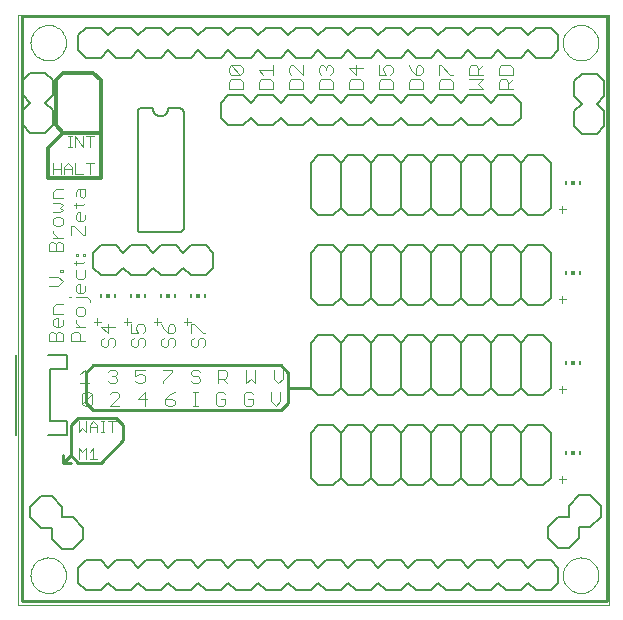
<source format=gto>
G75*
%MOIN*%
%OFA0B0*%
%FSLAX24Y24*%
%IPPOS*%
%LPD*%
%AMOC8*
5,1,8,0,0,1.08239X$1,22.5*
%
%ADD10C,0.0000*%
%ADD11C,0.0100*%
%ADD12C,0.0040*%
%ADD13C,0.0030*%
%ADD14C,0.0120*%
%ADD15C,0.0080*%
%ADD16C,0.0060*%
%ADD17R,0.0059X0.0118*%
%ADD18R,0.0118X0.0118*%
D10*
X000728Y000100D02*
X000728Y019785D01*
X020413Y019785D01*
X020413Y000100D01*
X000728Y000100D01*
X001137Y001100D02*
X001139Y001148D01*
X001145Y001196D01*
X001155Y001243D01*
X001168Y001289D01*
X001186Y001334D01*
X001206Y001378D01*
X001231Y001420D01*
X001259Y001459D01*
X001289Y001496D01*
X001323Y001530D01*
X001360Y001562D01*
X001398Y001591D01*
X001439Y001616D01*
X001482Y001638D01*
X001527Y001656D01*
X001573Y001670D01*
X001620Y001681D01*
X001668Y001688D01*
X001716Y001691D01*
X001764Y001690D01*
X001812Y001685D01*
X001860Y001676D01*
X001906Y001664D01*
X001951Y001647D01*
X001995Y001627D01*
X002037Y001604D01*
X002077Y001577D01*
X002115Y001547D01*
X002150Y001514D01*
X002182Y001478D01*
X002212Y001440D01*
X002238Y001399D01*
X002260Y001356D01*
X002280Y001312D01*
X002295Y001267D01*
X002307Y001220D01*
X002315Y001172D01*
X002319Y001124D01*
X002319Y001076D01*
X002315Y001028D01*
X002307Y000980D01*
X002295Y000933D01*
X002280Y000888D01*
X002260Y000844D01*
X002238Y000801D01*
X002212Y000760D01*
X002182Y000722D01*
X002150Y000686D01*
X002115Y000653D01*
X002077Y000623D01*
X002037Y000596D01*
X001995Y000573D01*
X001951Y000553D01*
X001906Y000536D01*
X001860Y000524D01*
X001812Y000515D01*
X001764Y000510D01*
X001716Y000509D01*
X001668Y000512D01*
X001620Y000519D01*
X001573Y000530D01*
X001527Y000544D01*
X001482Y000562D01*
X001439Y000584D01*
X001398Y000609D01*
X001360Y000638D01*
X001323Y000670D01*
X001289Y000704D01*
X001259Y000741D01*
X001231Y000780D01*
X001206Y000822D01*
X001186Y000866D01*
X001168Y000911D01*
X001155Y000957D01*
X001145Y001004D01*
X001139Y001052D01*
X001137Y001100D01*
X001137Y018850D02*
X001139Y018898D01*
X001145Y018946D01*
X001155Y018993D01*
X001168Y019039D01*
X001186Y019084D01*
X001206Y019128D01*
X001231Y019170D01*
X001259Y019209D01*
X001289Y019246D01*
X001323Y019280D01*
X001360Y019312D01*
X001398Y019341D01*
X001439Y019366D01*
X001482Y019388D01*
X001527Y019406D01*
X001573Y019420D01*
X001620Y019431D01*
X001668Y019438D01*
X001716Y019441D01*
X001764Y019440D01*
X001812Y019435D01*
X001860Y019426D01*
X001906Y019414D01*
X001951Y019397D01*
X001995Y019377D01*
X002037Y019354D01*
X002077Y019327D01*
X002115Y019297D01*
X002150Y019264D01*
X002182Y019228D01*
X002212Y019190D01*
X002238Y019149D01*
X002260Y019106D01*
X002280Y019062D01*
X002295Y019017D01*
X002307Y018970D01*
X002315Y018922D01*
X002319Y018874D01*
X002319Y018826D01*
X002315Y018778D01*
X002307Y018730D01*
X002295Y018683D01*
X002280Y018638D01*
X002260Y018594D01*
X002238Y018551D01*
X002212Y018510D01*
X002182Y018472D01*
X002150Y018436D01*
X002115Y018403D01*
X002077Y018373D01*
X002037Y018346D01*
X001995Y018323D01*
X001951Y018303D01*
X001906Y018286D01*
X001860Y018274D01*
X001812Y018265D01*
X001764Y018260D01*
X001716Y018259D01*
X001668Y018262D01*
X001620Y018269D01*
X001573Y018280D01*
X001527Y018294D01*
X001482Y018312D01*
X001439Y018334D01*
X001398Y018359D01*
X001360Y018388D01*
X001323Y018420D01*
X001289Y018454D01*
X001259Y018491D01*
X001231Y018530D01*
X001206Y018572D01*
X001186Y018616D01*
X001168Y018661D01*
X001155Y018707D01*
X001145Y018754D01*
X001139Y018802D01*
X001137Y018850D01*
X018887Y018850D02*
X018889Y018898D01*
X018895Y018946D01*
X018905Y018993D01*
X018918Y019039D01*
X018936Y019084D01*
X018956Y019128D01*
X018981Y019170D01*
X019009Y019209D01*
X019039Y019246D01*
X019073Y019280D01*
X019110Y019312D01*
X019148Y019341D01*
X019189Y019366D01*
X019232Y019388D01*
X019277Y019406D01*
X019323Y019420D01*
X019370Y019431D01*
X019418Y019438D01*
X019466Y019441D01*
X019514Y019440D01*
X019562Y019435D01*
X019610Y019426D01*
X019656Y019414D01*
X019701Y019397D01*
X019745Y019377D01*
X019787Y019354D01*
X019827Y019327D01*
X019865Y019297D01*
X019900Y019264D01*
X019932Y019228D01*
X019962Y019190D01*
X019988Y019149D01*
X020010Y019106D01*
X020030Y019062D01*
X020045Y019017D01*
X020057Y018970D01*
X020065Y018922D01*
X020069Y018874D01*
X020069Y018826D01*
X020065Y018778D01*
X020057Y018730D01*
X020045Y018683D01*
X020030Y018638D01*
X020010Y018594D01*
X019988Y018551D01*
X019962Y018510D01*
X019932Y018472D01*
X019900Y018436D01*
X019865Y018403D01*
X019827Y018373D01*
X019787Y018346D01*
X019745Y018323D01*
X019701Y018303D01*
X019656Y018286D01*
X019610Y018274D01*
X019562Y018265D01*
X019514Y018260D01*
X019466Y018259D01*
X019418Y018262D01*
X019370Y018269D01*
X019323Y018280D01*
X019277Y018294D01*
X019232Y018312D01*
X019189Y018334D01*
X019148Y018359D01*
X019110Y018388D01*
X019073Y018420D01*
X019039Y018454D01*
X019009Y018491D01*
X018981Y018530D01*
X018956Y018572D01*
X018936Y018616D01*
X018918Y018661D01*
X018905Y018707D01*
X018895Y018754D01*
X018889Y018802D01*
X018887Y018850D01*
X018887Y001100D02*
X018889Y001148D01*
X018895Y001196D01*
X018905Y001243D01*
X018918Y001289D01*
X018936Y001334D01*
X018956Y001378D01*
X018981Y001420D01*
X019009Y001459D01*
X019039Y001496D01*
X019073Y001530D01*
X019110Y001562D01*
X019148Y001591D01*
X019189Y001616D01*
X019232Y001638D01*
X019277Y001656D01*
X019323Y001670D01*
X019370Y001681D01*
X019418Y001688D01*
X019466Y001691D01*
X019514Y001690D01*
X019562Y001685D01*
X019610Y001676D01*
X019656Y001664D01*
X019701Y001647D01*
X019745Y001627D01*
X019787Y001604D01*
X019827Y001577D01*
X019865Y001547D01*
X019900Y001514D01*
X019932Y001478D01*
X019962Y001440D01*
X019988Y001399D01*
X020010Y001356D01*
X020030Y001312D01*
X020045Y001267D01*
X020057Y001220D01*
X020065Y001172D01*
X020069Y001124D01*
X020069Y001076D01*
X020065Y001028D01*
X020057Y000980D01*
X020045Y000933D01*
X020030Y000888D01*
X020010Y000844D01*
X019988Y000801D01*
X019962Y000760D01*
X019932Y000722D01*
X019900Y000686D01*
X019865Y000653D01*
X019827Y000623D01*
X019787Y000596D01*
X019745Y000573D01*
X019701Y000553D01*
X019656Y000536D01*
X019610Y000524D01*
X019562Y000515D01*
X019514Y000510D01*
X019466Y000509D01*
X019418Y000512D01*
X019370Y000519D01*
X019323Y000530D01*
X019277Y000544D01*
X019232Y000562D01*
X019189Y000584D01*
X019148Y000609D01*
X019110Y000638D01*
X019073Y000670D01*
X019039Y000704D01*
X019009Y000741D01*
X018981Y000780D01*
X018956Y000822D01*
X018936Y000866D01*
X018918Y000911D01*
X018905Y000957D01*
X018895Y001004D01*
X018889Y001052D01*
X018887Y001100D01*
D11*
X020353Y000225D02*
X020353Y019725D01*
X000853Y019725D01*
X000853Y000225D01*
X020353Y000225D01*
X010478Y007350D02*
X009728Y007350D01*
X009728Y006850D01*
X009478Y006600D01*
X003228Y006600D01*
X002978Y006850D01*
X002978Y007850D01*
X003228Y008100D01*
X009478Y008100D01*
X009728Y007850D01*
X009728Y007350D01*
X004228Y006100D02*
X004228Y005600D01*
X003478Y004850D01*
X002728Y004850D01*
X002478Y005100D01*
X002228Y004850D01*
X002478Y004850D01*
X002478Y005100D02*
X002478Y006100D01*
X002728Y006350D01*
X003978Y006350D01*
X004228Y006100D01*
X002228Y005100D02*
X002228Y004850D01*
D12*
X002948Y006745D02*
X002871Y006822D01*
X003178Y007129D01*
X003178Y006822D01*
X003102Y006745D01*
X002948Y006745D01*
X002871Y006822D02*
X002871Y007129D01*
X002948Y007205D01*
X003102Y007205D01*
X003178Y007129D01*
X003102Y007495D02*
X002795Y007495D01*
X002948Y007495D02*
X002948Y007955D01*
X002795Y007802D01*
X003574Y008699D02*
X003651Y008699D01*
X003727Y008776D01*
X003727Y008929D01*
X003804Y009006D01*
X003881Y009006D01*
X003958Y008929D01*
X003958Y008776D01*
X003881Y008699D01*
X003574Y008699D02*
X003497Y008776D01*
X003497Y008929D01*
X003574Y009006D01*
X003727Y009160D02*
X003727Y009467D01*
X003497Y009390D02*
X003727Y009160D01*
X003958Y009390D02*
X003497Y009390D01*
X002958Y009363D02*
X002651Y009363D01*
X002651Y009516D02*
X002651Y009593D01*
X002651Y009516D02*
X002804Y009363D01*
X002727Y009209D02*
X002574Y009209D01*
X002497Y009132D01*
X002497Y008902D01*
X002958Y008902D01*
X002804Y008902D02*
X002804Y009132D01*
X002727Y009209D01*
X002208Y009132D02*
X002208Y008902D01*
X001747Y008902D01*
X001747Y009132D01*
X001824Y009209D01*
X001901Y009209D01*
X001977Y009132D01*
X001977Y008902D01*
X001977Y009132D02*
X002054Y009209D01*
X002131Y009209D01*
X002208Y009132D01*
X002131Y009363D02*
X001977Y009363D01*
X001901Y009439D01*
X001901Y009593D01*
X001977Y009670D01*
X002054Y009670D01*
X002054Y009363D01*
X002131Y009363D02*
X002208Y009439D01*
X002208Y009593D01*
X002208Y009823D02*
X001901Y009823D01*
X001901Y010053D01*
X001977Y010130D01*
X002208Y010130D01*
X002420Y010360D02*
X002497Y010360D01*
X002651Y010360D02*
X003034Y010360D01*
X003111Y010283D01*
X003111Y010207D01*
X002881Y010053D02*
X002727Y010053D01*
X002651Y009976D01*
X002651Y009823D01*
X002727Y009746D01*
X002881Y009746D01*
X002958Y009823D01*
X002958Y009976D01*
X002881Y010053D01*
X002881Y010514D02*
X002727Y010514D01*
X002651Y010590D01*
X002651Y010744D01*
X002727Y010821D01*
X002804Y010821D01*
X002804Y010514D01*
X002881Y010514D02*
X002958Y010590D01*
X002958Y010744D01*
X002881Y010974D02*
X002727Y010974D01*
X002651Y011051D01*
X002651Y011281D01*
X002651Y011434D02*
X002651Y011588D01*
X002574Y011511D02*
X002881Y011511D01*
X002958Y011588D01*
X002958Y011741D02*
X002881Y011741D01*
X002881Y011818D01*
X002958Y011818D01*
X002958Y011741D01*
X002727Y011741D02*
X002651Y011741D01*
X002651Y011818D01*
X002727Y011818D01*
X002727Y011741D01*
X002958Y011281D02*
X002958Y011051D01*
X002881Y010974D01*
X002208Y010897D02*
X002054Y011051D01*
X001747Y011051D01*
X001747Y010744D02*
X002054Y010744D01*
X002208Y010897D01*
X002208Y011204D02*
X002208Y011281D01*
X002131Y011281D01*
X002131Y011204D01*
X002208Y011204D01*
X002208Y011895D02*
X001747Y011895D01*
X001747Y012125D01*
X001824Y012202D01*
X001901Y012202D01*
X001977Y012125D01*
X001977Y011895D01*
X001977Y012125D02*
X002054Y012202D01*
X002131Y012202D01*
X002208Y012125D01*
X002208Y011895D01*
X002208Y012355D02*
X001901Y012355D01*
X002054Y012355D02*
X001901Y012509D01*
X001901Y012585D01*
X001977Y012739D02*
X002131Y012739D01*
X002208Y012816D01*
X002208Y012969D01*
X002131Y013046D01*
X001977Y013046D01*
X001901Y012969D01*
X001901Y012816D01*
X001977Y012739D01*
X001901Y013199D02*
X002131Y013199D01*
X002208Y013276D01*
X002131Y013353D01*
X002208Y013429D01*
X002131Y013506D01*
X001901Y013506D01*
X001901Y013660D02*
X001901Y013890D01*
X001977Y013967D01*
X002208Y013967D01*
X002208Y013660D02*
X001901Y013660D01*
X002574Y013429D02*
X002881Y013429D01*
X002958Y013506D01*
X002881Y013660D02*
X002804Y013736D01*
X002804Y013967D01*
X002727Y013967D02*
X002958Y013967D01*
X002958Y013736D01*
X002881Y013660D01*
X002651Y013736D02*
X002651Y013890D01*
X002727Y013967D01*
X002651Y013506D02*
X002651Y013353D01*
X002727Y013199D02*
X002804Y013199D01*
X002804Y012892D01*
X002727Y012892D02*
X002651Y012969D01*
X002651Y013122D01*
X002727Y013199D01*
X002958Y013122D02*
X002958Y012969D01*
X002881Y012892D01*
X002727Y012892D01*
X002574Y012739D02*
X002881Y012432D01*
X002958Y012432D01*
X002958Y012739D01*
X002574Y012739D02*
X002497Y012739D01*
X002497Y012432D01*
X004497Y009467D02*
X004497Y009160D01*
X004727Y009160D01*
X004651Y009313D01*
X004651Y009390D01*
X004727Y009467D01*
X004881Y009467D01*
X004958Y009390D01*
X004958Y009236D01*
X004881Y009160D01*
X004881Y009006D02*
X004958Y008929D01*
X004958Y008776D01*
X004881Y008699D01*
X004727Y008776D02*
X004727Y008929D01*
X004804Y009006D01*
X004881Y009006D01*
X004727Y008776D02*
X004651Y008699D01*
X004574Y008699D01*
X004497Y008776D01*
X004497Y008929D01*
X004574Y009006D01*
X005497Y008929D02*
X005497Y008776D01*
X005574Y008699D01*
X005651Y008699D01*
X005727Y008776D01*
X005727Y008929D01*
X005804Y009006D01*
X005881Y009006D01*
X005958Y008929D01*
X005958Y008776D01*
X005881Y008699D01*
X005574Y009006D02*
X005497Y008929D01*
X005727Y009160D02*
X005727Y009390D01*
X005804Y009467D01*
X005881Y009467D01*
X005958Y009390D01*
X005958Y009236D01*
X005881Y009160D01*
X005727Y009160D01*
X005574Y009313D01*
X005497Y009467D01*
X006497Y009467D02*
X006497Y009160D01*
X006574Y009006D02*
X006497Y008929D01*
X006497Y008776D01*
X006574Y008699D01*
X006651Y008699D01*
X006727Y008776D01*
X006727Y008929D01*
X006804Y009006D01*
X006881Y009006D01*
X006958Y008929D01*
X006958Y008776D01*
X006881Y008699D01*
X006881Y009160D02*
X006958Y009160D01*
X006881Y009160D02*
X006574Y009467D01*
X006497Y009467D01*
X006554Y007955D02*
X006478Y007879D01*
X006478Y007802D01*
X006554Y007725D01*
X006708Y007725D01*
X006785Y007648D01*
X006785Y007572D01*
X006708Y007495D01*
X006554Y007495D01*
X006478Y007572D01*
X006554Y007205D02*
X006708Y007205D01*
X006631Y007205D02*
X006631Y006745D01*
X006554Y006745D02*
X006708Y006745D01*
X007322Y006822D02*
X007399Y006745D01*
X007552Y006745D01*
X007629Y006822D01*
X007629Y006975D01*
X007475Y006975D01*
X007322Y006822D02*
X007322Y007129D01*
X007399Y007205D01*
X007552Y007205D01*
X007629Y007129D01*
X007705Y007495D02*
X007552Y007648D01*
X007629Y007648D02*
X007399Y007648D01*
X007399Y007495D02*
X007399Y007955D01*
X007629Y007955D01*
X007705Y007879D01*
X007705Y007725D01*
X007629Y007648D01*
X008319Y007495D02*
X008473Y007648D01*
X008626Y007495D01*
X008626Y007955D01*
X008319Y007955D02*
X008319Y007495D01*
X008319Y007205D02*
X008243Y007129D01*
X008243Y006822D01*
X008319Y006745D01*
X008473Y006745D01*
X008550Y006822D01*
X008550Y006975D01*
X008396Y006975D01*
X008550Y007129D02*
X008473Y007205D01*
X008319Y007205D01*
X009163Y007205D02*
X009163Y006898D01*
X009317Y006745D01*
X009470Y006898D01*
X009470Y007205D01*
X009394Y007495D02*
X009547Y007648D01*
X009547Y007955D01*
X009240Y007955D02*
X009240Y007648D01*
X009394Y007495D01*
X006785Y007879D02*
X006708Y007955D01*
X006554Y007955D01*
X005864Y007955D02*
X005864Y007879D01*
X005557Y007572D01*
X005557Y007495D01*
X005787Y007129D02*
X005941Y007205D01*
X005787Y007129D02*
X005634Y006975D01*
X005864Y006975D01*
X005941Y006898D01*
X005941Y006822D01*
X005864Y006745D01*
X005710Y006745D01*
X005634Y006822D01*
X005634Y006975D01*
X005020Y006975D02*
X004713Y006975D01*
X004943Y007205D01*
X004943Y006745D01*
X004866Y007495D02*
X004713Y007495D01*
X004636Y007572D01*
X004636Y007725D02*
X004790Y007802D01*
X004866Y007802D01*
X004943Y007725D01*
X004943Y007572D01*
X004866Y007495D01*
X004636Y007725D02*
X004636Y007955D01*
X004943Y007955D01*
X005557Y007955D02*
X005864Y007955D01*
X004022Y007879D02*
X004022Y007802D01*
X003946Y007725D01*
X004022Y007648D01*
X004022Y007572D01*
X003946Y007495D01*
X003792Y007495D01*
X003715Y007572D01*
X003869Y007725D02*
X003946Y007725D01*
X004022Y007879D02*
X003946Y007955D01*
X003792Y007955D01*
X003715Y007879D01*
X003869Y007205D02*
X003792Y007129D01*
X003869Y007205D02*
X004022Y007205D01*
X004099Y007129D01*
X004099Y007052D01*
X003792Y006745D01*
X004099Y006745D01*
X007747Y017324D02*
X007747Y017554D01*
X007824Y017631D01*
X008131Y017631D01*
X008208Y017554D01*
X008208Y017324D01*
X007747Y017324D01*
X007824Y017785D02*
X007747Y017861D01*
X007747Y018015D01*
X007824Y018092D01*
X008131Y017785D01*
X008208Y017861D01*
X008208Y018015D01*
X008131Y018092D01*
X007824Y018092D01*
X007824Y017785D02*
X008131Y017785D01*
X008747Y017938D02*
X009208Y017938D01*
X009208Y017785D02*
X009208Y018092D01*
X008901Y017785D02*
X008747Y017938D01*
X008824Y017631D02*
X008747Y017554D01*
X008747Y017324D01*
X009208Y017324D01*
X009208Y017554D01*
X009131Y017631D01*
X008824Y017631D01*
X009747Y017554D02*
X009747Y017324D01*
X010208Y017324D01*
X010208Y017554D01*
X010131Y017631D01*
X009824Y017631D01*
X009747Y017554D01*
X009824Y017785D02*
X009747Y017861D01*
X009747Y018015D01*
X009824Y018092D01*
X009901Y018092D01*
X010208Y017785D01*
X010208Y018092D01*
X010747Y018015D02*
X010747Y017861D01*
X010824Y017785D01*
X010824Y017631D02*
X010747Y017554D01*
X010747Y017324D01*
X011208Y017324D01*
X011208Y017554D01*
X011131Y017631D01*
X010824Y017631D01*
X011131Y017785D02*
X011208Y017861D01*
X011208Y018015D01*
X011131Y018092D01*
X011054Y018092D01*
X010977Y018015D01*
X010977Y017938D01*
X010977Y018015D02*
X010901Y018092D01*
X010824Y018092D01*
X010747Y018015D01*
X011747Y018015D02*
X011977Y017785D01*
X011977Y018092D01*
X011747Y018015D02*
X012208Y018015D01*
X012131Y017631D02*
X011824Y017631D01*
X011747Y017554D01*
X011747Y017324D01*
X012208Y017324D01*
X012208Y017554D01*
X012131Y017631D01*
X012747Y017554D02*
X012747Y017324D01*
X013208Y017324D01*
X013208Y017554D01*
X013131Y017631D01*
X012824Y017631D01*
X012747Y017554D01*
X012747Y017785D02*
X012977Y017785D01*
X012901Y017938D01*
X012901Y018015D01*
X012977Y018092D01*
X013131Y018092D01*
X013208Y018015D01*
X013208Y017861D01*
X013131Y017785D01*
X012747Y017785D02*
X012747Y018092D01*
X013747Y018092D02*
X013824Y017938D01*
X013977Y017785D01*
X013977Y018015D01*
X014054Y018092D01*
X014131Y018092D01*
X014208Y018015D01*
X014208Y017861D01*
X014131Y017785D01*
X013977Y017785D01*
X013824Y017631D02*
X013747Y017554D01*
X013747Y017324D01*
X014208Y017324D01*
X014208Y017554D01*
X014131Y017631D01*
X013824Y017631D01*
X014747Y017554D02*
X014747Y017324D01*
X015208Y017324D01*
X015208Y017554D01*
X015131Y017631D01*
X014824Y017631D01*
X014747Y017554D01*
X014747Y017785D02*
X014747Y018092D01*
X014824Y018092D01*
X015131Y017785D01*
X015208Y017785D01*
X015747Y017785D02*
X015747Y018015D01*
X015824Y018092D01*
X015977Y018092D01*
X016054Y018015D01*
X016054Y017785D01*
X016054Y017938D02*
X016208Y018092D01*
X016208Y017785D02*
X015747Y017785D01*
X015747Y017631D02*
X016208Y017631D01*
X016054Y017478D01*
X016208Y017324D01*
X015747Y017324D01*
X016747Y017324D02*
X016747Y017554D01*
X016824Y017631D01*
X016977Y017631D01*
X017054Y017554D01*
X017054Y017324D01*
X017208Y017324D02*
X016747Y017324D01*
X017054Y017478D02*
X017208Y017631D01*
X017208Y017785D02*
X017208Y018015D01*
X017131Y018092D01*
X016824Y018092D01*
X016747Y018015D01*
X016747Y017785D01*
X017208Y017785D01*
D13*
X018866Y013424D02*
X018866Y013177D01*
X018743Y013300D02*
X018989Y013300D01*
X018866Y010424D02*
X018866Y010177D01*
X018743Y010300D02*
X018989Y010300D01*
X018866Y007424D02*
X018866Y007177D01*
X018743Y007300D02*
X018989Y007300D01*
X018866Y004424D02*
X018866Y004177D01*
X018743Y004300D02*
X018989Y004300D01*
X006489Y009550D02*
X006243Y009550D01*
X006366Y009427D02*
X006366Y009674D01*
X005489Y009550D02*
X005243Y009550D01*
X005366Y009427D02*
X005366Y009674D01*
X004489Y009550D02*
X004243Y009550D01*
X004366Y009427D02*
X004366Y009674D01*
X003489Y009550D02*
X003243Y009550D01*
X003366Y009427D02*
X003366Y009674D01*
X003479Y006239D02*
X003603Y006239D01*
X003541Y006239D02*
X003541Y005869D01*
X003479Y005869D02*
X003603Y005869D01*
X003848Y005869D02*
X003848Y006239D01*
X003725Y006239D02*
X003972Y006239D01*
X003358Y006116D02*
X003358Y005869D01*
X003358Y006054D02*
X003111Y006054D01*
X003111Y006116D02*
X003234Y006239D01*
X003358Y006116D01*
X003111Y006116D02*
X003111Y005869D01*
X002989Y005869D02*
X002989Y006239D01*
X002743Y006239D02*
X002743Y005869D01*
X002866Y005992D01*
X002989Y005869D01*
X002989Y005331D02*
X002866Y005208D01*
X002743Y005331D01*
X002743Y004961D01*
X002989Y004961D02*
X002989Y005331D01*
X003111Y005208D02*
X003234Y005331D01*
X003234Y004961D01*
X003111Y004961D02*
X003358Y004961D01*
X003123Y014461D02*
X003123Y014831D01*
X003246Y014831D02*
X002999Y014831D01*
X002631Y014831D02*
X002631Y014461D01*
X002878Y014461D01*
X002509Y014461D02*
X002509Y014708D01*
X002386Y014831D01*
X002263Y014708D01*
X002263Y014461D01*
X002141Y014461D02*
X002141Y014831D01*
X002141Y014646D02*
X001894Y014646D01*
X001894Y014461D02*
X001894Y014831D01*
X002263Y014646D02*
X002509Y014646D01*
X002509Y015369D02*
X002385Y015369D01*
X002447Y015369D02*
X002447Y015739D01*
X002385Y015739D02*
X002509Y015739D01*
X002631Y015739D02*
X002878Y015369D01*
X002878Y015739D01*
X002999Y015739D02*
X003246Y015739D01*
X003123Y015739D02*
X003123Y015369D01*
X002631Y015369D02*
X002631Y015739D01*
D14*
X002228Y015850D02*
X001978Y016100D01*
X001978Y017600D01*
X002228Y017850D01*
X003228Y017850D01*
X003478Y017600D01*
X003478Y015850D01*
X002228Y015850D01*
X001728Y015350D01*
X001728Y014350D01*
X003478Y014350D01*
X003478Y015850D01*
D15*
X004711Y016520D02*
X004711Y012641D01*
X004711Y012640D02*
X004716Y012620D01*
X004724Y012601D01*
X004735Y012583D01*
X004748Y012567D01*
X004764Y012554D01*
X004781Y012543D01*
X004800Y012535D01*
X004820Y012530D01*
X004841Y012528D01*
X004862Y012529D01*
X004861Y012530D02*
X006094Y012530D01*
X006117Y012532D01*
X006140Y012537D01*
X006162Y012546D01*
X006182Y012559D01*
X006200Y012574D01*
X006215Y012592D01*
X006228Y012612D01*
X006237Y012634D01*
X006242Y012657D01*
X006244Y012680D01*
X006244Y016520D01*
X006239Y016544D01*
X006231Y016567D01*
X006220Y016588D01*
X006206Y016608D01*
X006189Y016626D01*
X006170Y016641D01*
X006149Y016654D01*
X006127Y016663D01*
X006103Y016669D01*
X006079Y016671D01*
X006054Y016670D01*
X006049Y016670D02*
X005718Y016670D01*
X005718Y016650D02*
X005716Y016620D01*
X005711Y016590D01*
X005702Y016561D01*
X005689Y016534D01*
X005674Y016508D01*
X005655Y016484D01*
X005634Y016463D01*
X005610Y016444D01*
X005584Y016429D01*
X005557Y016416D01*
X005528Y016407D01*
X005498Y016402D01*
X005468Y016400D01*
X005438Y016402D01*
X005408Y016407D01*
X005379Y016416D01*
X005352Y016429D01*
X005326Y016444D01*
X005302Y016463D01*
X005281Y016484D01*
X005262Y016508D01*
X005247Y016534D01*
X005234Y016561D01*
X005225Y016590D01*
X005220Y016620D01*
X005218Y016650D01*
X005218Y016670D02*
X004822Y016670D01*
X004822Y016671D02*
X004802Y016666D01*
X004783Y016658D01*
X004765Y016647D01*
X004749Y016634D01*
X004736Y016618D01*
X004725Y016601D01*
X004717Y016582D01*
X004712Y016562D01*
X004710Y016541D01*
X004711Y016520D01*
X004478Y018350D02*
X003978Y018350D01*
X003728Y018600D01*
X003478Y018350D01*
X002978Y018350D01*
X002728Y018600D01*
X002728Y019100D01*
X002978Y019350D01*
X003478Y019350D01*
X003728Y019100D01*
X003978Y019350D01*
X004478Y019350D01*
X004728Y019100D01*
X004978Y019350D01*
X005478Y019350D01*
X005728Y019100D01*
X005978Y019350D01*
X006478Y019350D01*
X006728Y019100D01*
X006978Y019350D01*
X007478Y019350D01*
X007728Y019100D01*
X007978Y019350D01*
X008478Y019350D01*
X008728Y019100D01*
X008978Y019350D01*
X009478Y019350D01*
X009728Y019100D01*
X009978Y019350D01*
X010478Y019350D01*
X010728Y019100D01*
X010978Y019350D01*
X011478Y019350D01*
X011728Y019100D01*
X011978Y019350D01*
X012478Y019350D01*
X012728Y019100D01*
X012978Y019350D01*
X013478Y019350D01*
X013728Y019100D01*
X013978Y019350D01*
X014478Y019350D01*
X014728Y019100D01*
X014978Y019350D01*
X015478Y019350D01*
X015728Y019100D01*
X015978Y019350D01*
X016478Y019350D01*
X016728Y019100D01*
X016978Y019350D01*
X017478Y019350D01*
X017728Y019100D01*
X017978Y019350D01*
X018478Y019350D01*
X018728Y019100D01*
X018728Y018600D01*
X018478Y018350D01*
X017978Y018350D01*
X017728Y018600D01*
X017478Y018350D01*
X016978Y018350D01*
X016728Y018600D01*
X016478Y018350D01*
X015978Y018350D01*
X015728Y018600D01*
X015478Y018350D01*
X014978Y018350D01*
X014728Y018600D01*
X014478Y018350D01*
X013978Y018350D01*
X013728Y018600D01*
X013478Y018350D01*
X012978Y018350D01*
X012728Y018600D01*
X012478Y018350D01*
X011978Y018350D01*
X011728Y018600D01*
X011478Y018350D01*
X010978Y018350D01*
X010728Y018600D01*
X010478Y018350D01*
X009978Y018350D01*
X009728Y018600D01*
X009478Y018350D01*
X008978Y018350D01*
X008728Y018600D01*
X008478Y018350D01*
X007978Y018350D01*
X007728Y018600D01*
X007478Y018350D01*
X006978Y018350D01*
X006728Y018600D01*
X006478Y018350D01*
X005978Y018350D01*
X005728Y018600D01*
X005478Y018350D01*
X004978Y018350D01*
X004728Y018600D01*
X004478Y018350D01*
X002728Y018600D02*
X002728Y019100D01*
X001624Y017850D02*
X001124Y017850D01*
X000874Y017600D01*
X000874Y017100D01*
X001124Y016850D01*
X000874Y016600D01*
X000874Y016100D01*
X001124Y015850D01*
X001624Y015850D01*
X001874Y016100D01*
X001874Y016600D01*
X001624Y016850D01*
X001874Y017100D01*
X001874Y017600D01*
X001624Y017850D01*
X007478Y016850D02*
X007478Y016350D01*
X007728Y016100D01*
X008228Y016100D01*
X008478Y016350D01*
X008728Y016100D01*
X009228Y016100D01*
X009478Y016350D01*
X009728Y016100D01*
X010228Y016100D01*
X010478Y016350D01*
X010728Y016100D01*
X011228Y016100D01*
X011478Y016350D01*
X011728Y016100D01*
X012228Y016100D01*
X012478Y016350D01*
X012728Y016100D01*
X013228Y016100D01*
X013478Y016350D01*
X013728Y016100D01*
X014228Y016100D01*
X014478Y016350D01*
X014728Y016100D01*
X015228Y016100D01*
X015478Y016350D01*
X015728Y016100D01*
X016228Y016100D01*
X016478Y016350D01*
X016728Y016100D01*
X017228Y016100D01*
X017478Y016350D01*
X017478Y016850D01*
X017228Y017100D01*
X016728Y017100D01*
X016478Y016850D01*
X016228Y017100D01*
X015728Y017100D01*
X015478Y016850D01*
X015228Y017100D01*
X014728Y017100D01*
X014478Y016850D01*
X014228Y017100D01*
X013728Y017100D01*
X013478Y016850D01*
X013228Y017100D01*
X012728Y017100D01*
X012478Y016850D01*
X012228Y017100D01*
X011728Y017100D01*
X011478Y016850D01*
X011228Y017100D01*
X010728Y017100D01*
X010478Y016850D01*
X010228Y017100D01*
X009728Y017100D01*
X009478Y016850D01*
X009228Y017100D01*
X008728Y017100D01*
X008478Y016850D01*
X008228Y017100D01*
X007728Y017100D01*
X007478Y016850D01*
X006978Y012100D02*
X006478Y012100D01*
X006228Y011850D01*
X005978Y012100D01*
X005478Y012100D01*
X005228Y011850D01*
X004978Y012100D01*
X004478Y012100D01*
X004228Y011850D01*
X003978Y012100D01*
X003478Y012100D01*
X003228Y011850D01*
X003228Y011350D01*
X003478Y011100D01*
X003978Y011100D01*
X004228Y011350D01*
X004478Y011100D01*
X004978Y011100D01*
X005228Y011350D01*
X005478Y011100D01*
X005978Y011100D01*
X006228Y011350D01*
X006478Y011100D01*
X006978Y011100D01*
X007228Y011350D01*
X007228Y011850D01*
X006978Y012100D01*
X002350Y008439D02*
X002350Y007966D01*
X001798Y007966D01*
X001798Y006234D01*
X002350Y006234D01*
X002350Y005761D01*
X001720Y005761D01*
X000657Y005761D02*
X000657Y008439D01*
X001720Y008439D02*
X002350Y008439D01*
X001844Y003734D02*
X001490Y003734D01*
X001137Y003380D01*
X001137Y003027D01*
X001490Y002673D01*
X001844Y002673D01*
X001844Y002320D01*
X002197Y001966D01*
X002551Y001966D01*
X002904Y002320D01*
X002904Y002673D01*
X002551Y003027D01*
X002197Y003027D01*
X002197Y003380D01*
X001844Y003734D01*
X002978Y001600D02*
X002728Y001350D01*
X002728Y000850D01*
X002978Y000600D01*
X003478Y000600D01*
X003728Y000850D01*
X003978Y000600D01*
X004478Y000600D01*
X004728Y000850D01*
X004978Y000600D01*
X005478Y000600D01*
X005728Y000850D01*
X005978Y000600D01*
X006478Y000600D01*
X006728Y000850D01*
X006978Y000600D01*
X007478Y000600D01*
X007728Y000850D01*
X007978Y000600D01*
X008478Y000600D01*
X008728Y000850D01*
X008978Y000600D01*
X009478Y000600D01*
X009728Y000850D01*
X009978Y000600D01*
X010478Y000600D01*
X010728Y000850D01*
X010978Y000600D01*
X011478Y000600D01*
X011728Y000850D01*
X011978Y000600D01*
X012478Y000600D01*
X012728Y000850D01*
X012978Y000600D01*
X013478Y000600D01*
X013728Y000850D01*
X013978Y000600D01*
X014478Y000600D01*
X014728Y000850D01*
X014978Y000600D01*
X015478Y000600D01*
X015728Y000850D01*
X015978Y000600D01*
X016478Y000600D01*
X016728Y000850D01*
X016978Y000600D01*
X017478Y000600D01*
X017728Y000850D01*
X017978Y000600D01*
X018478Y000600D01*
X018728Y000850D01*
X018728Y001350D01*
X018478Y001600D01*
X017978Y001600D01*
X017728Y001350D01*
X017478Y001600D01*
X016978Y001600D01*
X016728Y001350D01*
X016478Y001600D01*
X015978Y001600D01*
X015728Y001350D01*
X015478Y001600D01*
X014978Y001600D01*
X014728Y001350D01*
X014478Y001600D01*
X013978Y001600D01*
X013728Y001350D01*
X013478Y001600D01*
X012978Y001600D01*
X012728Y001350D01*
X012478Y001600D01*
X011978Y001600D01*
X011728Y001350D01*
X011478Y001600D01*
X010978Y001600D01*
X010728Y001350D01*
X010478Y001600D01*
X009978Y001600D01*
X009728Y001350D01*
X009478Y001600D01*
X008978Y001600D01*
X008728Y001350D01*
X008478Y001600D01*
X007978Y001600D01*
X007728Y001350D01*
X007478Y001600D01*
X006978Y001600D01*
X006728Y001350D01*
X006478Y001600D01*
X005978Y001600D01*
X005728Y001350D01*
X005478Y001600D01*
X004978Y001600D01*
X004728Y001350D01*
X004478Y001600D01*
X003978Y001600D01*
X003728Y001350D01*
X003478Y001600D01*
X002978Y001600D01*
X002728Y001350D02*
X002728Y000850D01*
X018374Y002350D02*
X018374Y002704D01*
X018728Y003057D01*
X019081Y003057D01*
X019081Y003411D01*
X019435Y003764D01*
X019788Y003764D01*
X020142Y003411D01*
X020142Y003057D01*
X019788Y002704D01*
X019435Y002704D01*
X019435Y002350D01*
X019081Y001996D01*
X018728Y001996D01*
X018374Y002350D01*
X018728Y001350D02*
X018728Y000850D01*
X019508Y015820D02*
X019258Y016070D01*
X019258Y016570D01*
X019508Y016820D01*
X019258Y017070D01*
X019258Y017570D01*
X019508Y017820D01*
X020008Y017820D01*
X020258Y017570D01*
X020258Y017070D01*
X020008Y016820D01*
X020258Y016570D01*
X020258Y016070D01*
X020008Y015820D01*
X019508Y015820D01*
X018728Y018600D02*
X018728Y019100D01*
D16*
X018228Y015100D02*
X017728Y015100D01*
X017478Y014850D01*
X017478Y013350D01*
X017228Y013100D01*
X016728Y013100D01*
X016478Y013350D01*
X016478Y014850D01*
X016728Y015100D01*
X017228Y015100D01*
X017478Y014850D01*
X018228Y015100D02*
X018478Y014850D01*
X018478Y013350D01*
X018228Y013100D01*
X017728Y013100D01*
X017478Y013350D01*
X016478Y013350D02*
X016228Y013100D01*
X015728Y013100D01*
X015478Y013350D01*
X015478Y014850D01*
X015728Y015100D01*
X016228Y015100D01*
X016478Y014850D01*
X015478Y014850D02*
X015228Y015100D01*
X014728Y015100D01*
X014478Y014850D01*
X014478Y013350D01*
X014728Y013100D01*
X015228Y013100D01*
X015478Y013350D01*
X014478Y013350D02*
X014228Y013100D01*
X013728Y013100D01*
X013478Y013350D01*
X013478Y014850D01*
X013728Y015100D01*
X014228Y015100D01*
X014478Y014850D01*
X013478Y014850D02*
X013228Y015100D01*
X012728Y015100D01*
X012478Y014850D01*
X012478Y013350D01*
X012728Y013100D01*
X013228Y013100D01*
X013478Y013350D01*
X012478Y013350D02*
X012228Y013100D01*
X011728Y013100D01*
X011478Y013350D01*
X011478Y014850D01*
X011728Y015100D01*
X012228Y015100D01*
X012478Y014850D01*
X011478Y014850D02*
X011228Y015100D01*
X010728Y015100D01*
X010478Y014850D01*
X010478Y013350D01*
X010728Y013100D01*
X011228Y013100D01*
X011478Y013350D01*
X011728Y012100D02*
X012228Y012100D01*
X012478Y011850D01*
X012478Y010350D01*
X012728Y010100D01*
X013228Y010100D01*
X013478Y010350D01*
X013478Y011850D01*
X013728Y012100D01*
X014228Y012100D01*
X014478Y011850D01*
X014478Y010350D01*
X014728Y010100D01*
X015228Y010100D01*
X015478Y010350D01*
X015478Y011850D01*
X015728Y012100D01*
X016228Y012100D01*
X016478Y011850D01*
X016478Y010350D01*
X016728Y010100D01*
X017228Y010100D01*
X017478Y010350D01*
X017478Y011850D01*
X017728Y012100D01*
X018228Y012100D01*
X018478Y011850D01*
X018478Y010350D01*
X018228Y010100D01*
X017728Y010100D01*
X017478Y010350D01*
X016478Y010350D02*
X016228Y010100D01*
X015728Y010100D01*
X015478Y010350D01*
X014478Y010350D02*
X014228Y010100D01*
X013728Y010100D01*
X013478Y010350D01*
X012478Y010350D02*
X012228Y010100D01*
X011728Y010100D01*
X011478Y010350D01*
X011478Y011850D01*
X011728Y012100D01*
X011478Y011850D02*
X011228Y012100D01*
X010728Y012100D01*
X010478Y011850D01*
X010478Y010350D01*
X010728Y010100D01*
X011228Y010100D01*
X011478Y010350D01*
X011728Y009100D02*
X012228Y009100D01*
X012478Y008850D01*
X012478Y007350D01*
X012728Y007100D01*
X013228Y007100D01*
X013478Y007350D01*
X013478Y008850D01*
X013728Y009100D01*
X014228Y009100D01*
X014478Y008850D01*
X014478Y007350D01*
X014728Y007100D01*
X015228Y007100D01*
X015478Y007350D01*
X015478Y008850D01*
X015728Y009100D01*
X016228Y009100D01*
X016478Y008850D01*
X016478Y007350D01*
X016728Y007100D01*
X017228Y007100D01*
X017478Y007350D01*
X017478Y008850D01*
X017728Y009100D01*
X018228Y009100D01*
X018478Y008850D01*
X018478Y007350D01*
X018228Y007100D01*
X017728Y007100D01*
X017478Y007350D01*
X016478Y007350D02*
X016228Y007100D01*
X015728Y007100D01*
X015478Y007350D01*
X014478Y007350D02*
X014228Y007100D01*
X013728Y007100D01*
X013478Y007350D01*
X012478Y007350D02*
X012228Y007100D01*
X011728Y007100D01*
X011478Y007350D01*
X011478Y008850D01*
X011728Y009100D01*
X011478Y008850D02*
X011228Y009100D01*
X010728Y009100D01*
X010478Y008850D01*
X010478Y007350D01*
X010728Y007100D01*
X011228Y007100D01*
X011478Y007350D01*
X011728Y006100D02*
X012228Y006100D01*
X012478Y005850D01*
X012478Y004350D01*
X012728Y004100D01*
X013228Y004100D01*
X013478Y004350D01*
X013478Y005850D01*
X013728Y006100D01*
X014228Y006100D01*
X014478Y005850D01*
X014478Y004350D01*
X014728Y004100D01*
X015228Y004100D01*
X015478Y004350D01*
X015478Y005850D01*
X015728Y006100D01*
X016228Y006100D01*
X016478Y005850D01*
X016478Y004350D01*
X016728Y004100D01*
X017228Y004100D01*
X017478Y004350D01*
X017478Y005850D01*
X017728Y006100D01*
X018228Y006100D01*
X018478Y005850D01*
X018478Y004350D01*
X018228Y004100D01*
X017728Y004100D01*
X017478Y004350D01*
X016478Y004350D02*
X016228Y004100D01*
X015728Y004100D01*
X015478Y004350D01*
X014478Y004350D02*
X014228Y004100D01*
X013728Y004100D01*
X013478Y004350D01*
X012478Y004350D02*
X012228Y004100D01*
X011728Y004100D01*
X011478Y004350D01*
X011478Y005850D01*
X011728Y006100D01*
X011478Y005850D02*
X011228Y006100D01*
X010728Y006100D01*
X010478Y005850D01*
X010478Y004350D01*
X010728Y004100D01*
X011228Y004100D01*
X011478Y004350D01*
X012478Y005850D02*
X012728Y006100D01*
X013228Y006100D01*
X013478Y005850D01*
X014478Y005850D02*
X014728Y006100D01*
X015228Y006100D01*
X015478Y005850D01*
X016478Y005850D02*
X016728Y006100D01*
X017228Y006100D01*
X017478Y005850D01*
X017478Y008850D02*
X017228Y009100D01*
X016728Y009100D01*
X016478Y008850D01*
X015478Y008850D02*
X015228Y009100D01*
X014728Y009100D01*
X014478Y008850D01*
X013478Y008850D02*
X013228Y009100D01*
X012728Y009100D01*
X012478Y008850D01*
X012478Y011850D02*
X012728Y012100D01*
X013228Y012100D01*
X013478Y011850D01*
X014478Y011850D02*
X014728Y012100D01*
X015228Y012100D01*
X015478Y011850D01*
X016478Y011850D02*
X016728Y012100D01*
X017228Y012100D01*
X017478Y011850D01*
D17*
X018991Y011159D03*
X019464Y011159D03*
X019464Y008159D03*
X018991Y008159D03*
X018991Y005159D03*
X019464Y005159D03*
X019464Y014159D03*
X018991Y014159D03*
X006964Y010409D03*
X006491Y010409D03*
X005964Y010409D03*
X005491Y010409D03*
X004964Y010409D03*
X004491Y010409D03*
X003964Y010409D03*
X003491Y010409D03*
D18*
X003728Y010409D03*
X004728Y010409D03*
X005728Y010409D03*
X006728Y010409D03*
X019228Y011159D03*
X019228Y008159D03*
X019228Y005159D03*
X019228Y014159D03*
M02*

</source>
